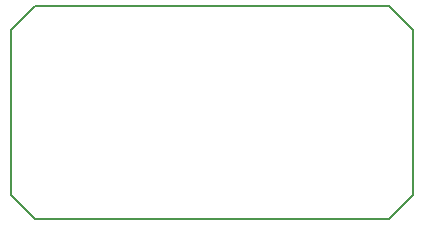
<source format=gko>
G04 #@! TF.FileFunction,Profile,NP*
%FSLAX46Y46*%
G04 Gerber Fmt 4.6, Leading zero omitted, Abs format (unit mm)*
G04 Created by KiCad (PCBNEW 4.0.7) date 12/19/17 23:32:23*
%MOMM*%
%LPD*%
G01*
G04 APERTURE LIST*
%ADD10C,0.100000*%
%ADD11C,0.150000*%
G04 APERTURE END LIST*
D10*
D11*
X165000000Y-91000000D02*
X150000000Y-91000000D01*
X167000000Y-93000000D02*
X165000000Y-91000000D01*
X167000000Y-107000000D02*
X167000000Y-93000000D01*
X165000000Y-109000000D02*
X167000000Y-107000000D01*
X150000000Y-109000000D02*
X165000000Y-109000000D01*
X135000000Y-109000000D02*
X150000000Y-109000000D01*
X133000000Y-107000000D02*
X135000000Y-109000000D01*
X133000000Y-100000000D02*
X133000000Y-107000000D01*
X133000000Y-93000000D02*
X133000000Y-100000000D01*
X135000000Y-91000000D02*
X133000000Y-93000000D01*
X150000000Y-91000000D02*
X135000000Y-91000000D01*
M02*

</source>
